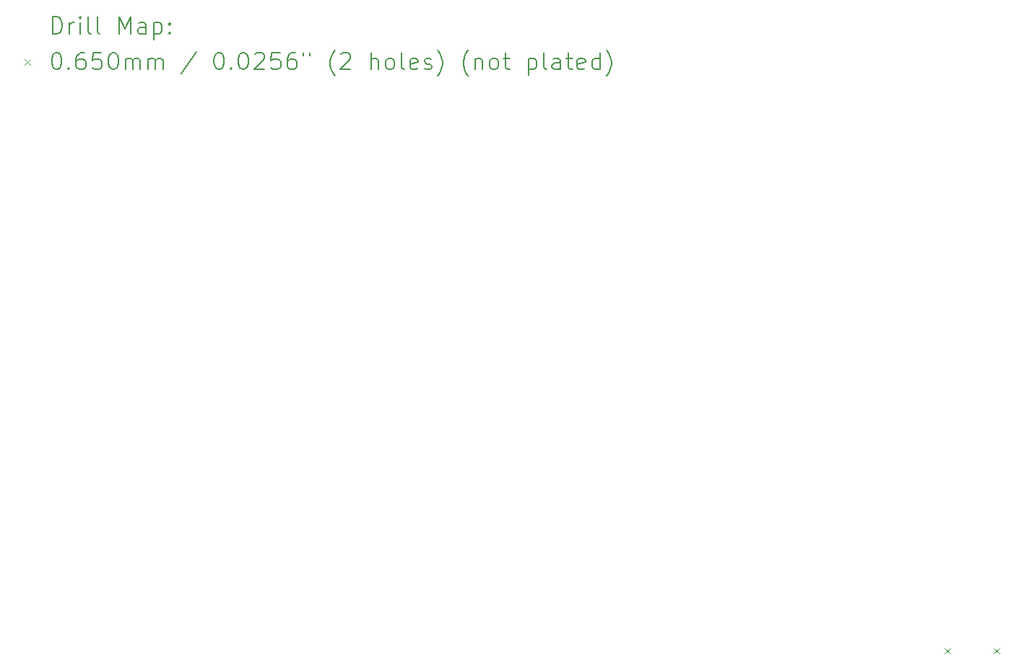
<source format=gbr>
%TF.GenerationSoftware,KiCad,Pcbnew,7.0.6*%
%TF.CreationDate,2025-03-25T12:27:54+01:00*%
%TF.ProjectId,Stepper ESP,53746570-7065-4722-9045-53502e6b6963,rev?*%
%TF.SameCoordinates,Original*%
%TF.FileFunction,Drillmap*%
%TF.FilePolarity,Positive*%
%FSLAX45Y45*%
G04 Gerber Fmt 4.5, Leading zero omitted, Abs format (unit mm)*
G04 Created by KiCad (PCBNEW 7.0.6) date 2025-03-25 12:27:54*
%MOMM*%
%LPD*%
G01*
G04 APERTURE LIST*
%ADD10C,0.200000*%
%ADD11C,0.065000*%
G04 APERTURE END LIST*
D10*
D11*
X10721500Y-7524500D02*
X10786500Y-7589500D01*
X10786500Y-7524500D02*
X10721500Y-7589500D01*
X11299500Y-7524500D02*
X11364500Y-7589500D01*
X11364500Y-7524500D02*
X11299500Y-7589500D01*
D10*
X260777Y-311484D02*
X260777Y-111484D01*
X260777Y-111484D02*
X308396Y-111484D01*
X308396Y-111484D02*
X336967Y-121008D01*
X336967Y-121008D02*
X356015Y-140055D01*
X356015Y-140055D02*
X365539Y-159103D01*
X365539Y-159103D02*
X375062Y-197198D01*
X375062Y-197198D02*
X375062Y-225769D01*
X375062Y-225769D02*
X365539Y-263865D01*
X365539Y-263865D02*
X356015Y-282912D01*
X356015Y-282912D02*
X336967Y-301960D01*
X336967Y-301960D02*
X308396Y-311484D01*
X308396Y-311484D02*
X260777Y-311484D01*
X460777Y-311484D02*
X460777Y-178150D01*
X460777Y-216246D02*
X470301Y-197198D01*
X470301Y-197198D02*
X479824Y-187674D01*
X479824Y-187674D02*
X498872Y-178150D01*
X498872Y-178150D02*
X517920Y-178150D01*
X584586Y-311484D02*
X584586Y-178150D01*
X584586Y-111484D02*
X575063Y-121008D01*
X575063Y-121008D02*
X584586Y-130531D01*
X584586Y-130531D02*
X594110Y-121008D01*
X594110Y-121008D02*
X584586Y-111484D01*
X584586Y-111484D02*
X584586Y-130531D01*
X708396Y-311484D02*
X689348Y-301960D01*
X689348Y-301960D02*
X679824Y-282912D01*
X679824Y-282912D02*
X679824Y-111484D01*
X813158Y-311484D02*
X794110Y-301960D01*
X794110Y-301960D02*
X784586Y-282912D01*
X784586Y-282912D02*
X784586Y-111484D01*
X1041729Y-311484D02*
X1041729Y-111484D01*
X1041729Y-111484D02*
X1108396Y-254341D01*
X1108396Y-254341D02*
X1175063Y-111484D01*
X1175063Y-111484D02*
X1175063Y-311484D01*
X1356015Y-311484D02*
X1356015Y-206722D01*
X1356015Y-206722D02*
X1346491Y-187674D01*
X1346491Y-187674D02*
X1327444Y-178150D01*
X1327444Y-178150D02*
X1289348Y-178150D01*
X1289348Y-178150D02*
X1270301Y-187674D01*
X1356015Y-301960D02*
X1336967Y-311484D01*
X1336967Y-311484D02*
X1289348Y-311484D01*
X1289348Y-311484D02*
X1270301Y-301960D01*
X1270301Y-301960D02*
X1260777Y-282912D01*
X1260777Y-282912D02*
X1260777Y-263865D01*
X1260777Y-263865D02*
X1270301Y-244817D01*
X1270301Y-244817D02*
X1289348Y-235293D01*
X1289348Y-235293D02*
X1336967Y-235293D01*
X1336967Y-235293D02*
X1356015Y-225769D01*
X1451253Y-178150D02*
X1451253Y-378150D01*
X1451253Y-187674D02*
X1470301Y-178150D01*
X1470301Y-178150D02*
X1508396Y-178150D01*
X1508396Y-178150D02*
X1527443Y-187674D01*
X1527443Y-187674D02*
X1536967Y-197198D01*
X1536967Y-197198D02*
X1546491Y-216246D01*
X1546491Y-216246D02*
X1546491Y-273389D01*
X1546491Y-273389D02*
X1536967Y-292436D01*
X1536967Y-292436D02*
X1527443Y-301960D01*
X1527443Y-301960D02*
X1508396Y-311484D01*
X1508396Y-311484D02*
X1470301Y-311484D01*
X1470301Y-311484D02*
X1451253Y-301960D01*
X1632205Y-292436D02*
X1641729Y-301960D01*
X1641729Y-301960D02*
X1632205Y-311484D01*
X1632205Y-311484D02*
X1622682Y-301960D01*
X1622682Y-301960D02*
X1632205Y-292436D01*
X1632205Y-292436D02*
X1632205Y-311484D01*
X1632205Y-187674D02*
X1641729Y-197198D01*
X1641729Y-197198D02*
X1632205Y-206722D01*
X1632205Y-206722D02*
X1622682Y-197198D01*
X1622682Y-197198D02*
X1632205Y-187674D01*
X1632205Y-187674D02*
X1632205Y-206722D01*
D11*
X-65000Y-607500D02*
X0Y-672500D01*
X0Y-607500D02*
X-65000Y-672500D01*
D10*
X298872Y-531484D02*
X317920Y-531484D01*
X317920Y-531484D02*
X336967Y-541008D01*
X336967Y-541008D02*
X346491Y-550531D01*
X346491Y-550531D02*
X356015Y-569579D01*
X356015Y-569579D02*
X365539Y-607674D01*
X365539Y-607674D02*
X365539Y-655293D01*
X365539Y-655293D02*
X356015Y-693389D01*
X356015Y-693389D02*
X346491Y-712436D01*
X346491Y-712436D02*
X336967Y-721960D01*
X336967Y-721960D02*
X317920Y-731484D01*
X317920Y-731484D02*
X298872Y-731484D01*
X298872Y-731484D02*
X279824Y-721960D01*
X279824Y-721960D02*
X270301Y-712436D01*
X270301Y-712436D02*
X260777Y-693389D01*
X260777Y-693389D02*
X251253Y-655293D01*
X251253Y-655293D02*
X251253Y-607674D01*
X251253Y-607674D02*
X260777Y-569579D01*
X260777Y-569579D02*
X270301Y-550531D01*
X270301Y-550531D02*
X279824Y-541008D01*
X279824Y-541008D02*
X298872Y-531484D01*
X451253Y-712436D02*
X460777Y-721960D01*
X460777Y-721960D02*
X451253Y-731484D01*
X451253Y-731484D02*
X441729Y-721960D01*
X441729Y-721960D02*
X451253Y-712436D01*
X451253Y-712436D02*
X451253Y-731484D01*
X632205Y-531484D02*
X594110Y-531484D01*
X594110Y-531484D02*
X575063Y-541008D01*
X575063Y-541008D02*
X565539Y-550531D01*
X565539Y-550531D02*
X546491Y-579103D01*
X546491Y-579103D02*
X536967Y-617198D01*
X536967Y-617198D02*
X536967Y-693389D01*
X536967Y-693389D02*
X546491Y-712436D01*
X546491Y-712436D02*
X556015Y-721960D01*
X556015Y-721960D02*
X575063Y-731484D01*
X575063Y-731484D02*
X613158Y-731484D01*
X613158Y-731484D02*
X632205Y-721960D01*
X632205Y-721960D02*
X641729Y-712436D01*
X641729Y-712436D02*
X651253Y-693389D01*
X651253Y-693389D02*
X651253Y-645770D01*
X651253Y-645770D02*
X641729Y-626722D01*
X641729Y-626722D02*
X632205Y-617198D01*
X632205Y-617198D02*
X613158Y-607674D01*
X613158Y-607674D02*
X575063Y-607674D01*
X575063Y-607674D02*
X556015Y-617198D01*
X556015Y-617198D02*
X546491Y-626722D01*
X546491Y-626722D02*
X536967Y-645770D01*
X832205Y-531484D02*
X736967Y-531484D01*
X736967Y-531484D02*
X727443Y-626722D01*
X727443Y-626722D02*
X736967Y-617198D01*
X736967Y-617198D02*
X756015Y-607674D01*
X756015Y-607674D02*
X803634Y-607674D01*
X803634Y-607674D02*
X822682Y-617198D01*
X822682Y-617198D02*
X832205Y-626722D01*
X832205Y-626722D02*
X841729Y-645770D01*
X841729Y-645770D02*
X841729Y-693389D01*
X841729Y-693389D02*
X832205Y-712436D01*
X832205Y-712436D02*
X822682Y-721960D01*
X822682Y-721960D02*
X803634Y-731484D01*
X803634Y-731484D02*
X756015Y-731484D01*
X756015Y-731484D02*
X736967Y-721960D01*
X736967Y-721960D02*
X727443Y-712436D01*
X965539Y-531484D02*
X984586Y-531484D01*
X984586Y-531484D02*
X1003634Y-541008D01*
X1003634Y-541008D02*
X1013158Y-550531D01*
X1013158Y-550531D02*
X1022682Y-569579D01*
X1022682Y-569579D02*
X1032205Y-607674D01*
X1032205Y-607674D02*
X1032205Y-655293D01*
X1032205Y-655293D02*
X1022682Y-693389D01*
X1022682Y-693389D02*
X1013158Y-712436D01*
X1013158Y-712436D02*
X1003634Y-721960D01*
X1003634Y-721960D02*
X984586Y-731484D01*
X984586Y-731484D02*
X965539Y-731484D01*
X965539Y-731484D02*
X946491Y-721960D01*
X946491Y-721960D02*
X936967Y-712436D01*
X936967Y-712436D02*
X927443Y-693389D01*
X927443Y-693389D02*
X917920Y-655293D01*
X917920Y-655293D02*
X917920Y-607674D01*
X917920Y-607674D02*
X927443Y-569579D01*
X927443Y-569579D02*
X936967Y-550531D01*
X936967Y-550531D02*
X946491Y-541008D01*
X946491Y-541008D02*
X965539Y-531484D01*
X1117920Y-731484D02*
X1117920Y-598150D01*
X1117920Y-617198D02*
X1127444Y-607674D01*
X1127444Y-607674D02*
X1146491Y-598150D01*
X1146491Y-598150D02*
X1175063Y-598150D01*
X1175063Y-598150D02*
X1194110Y-607674D01*
X1194110Y-607674D02*
X1203634Y-626722D01*
X1203634Y-626722D02*
X1203634Y-731484D01*
X1203634Y-626722D02*
X1213158Y-607674D01*
X1213158Y-607674D02*
X1232205Y-598150D01*
X1232205Y-598150D02*
X1260777Y-598150D01*
X1260777Y-598150D02*
X1279825Y-607674D01*
X1279825Y-607674D02*
X1289348Y-626722D01*
X1289348Y-626722D02*
X1289348Y-731484D01*
X1384586Y-731484D02*
X1384586Y-598150D01*
X1384586Y-617198D02*
X1394110Y-607674D01*
X1394110Y-607674D02*
X1413158Y-598150D01*
X1413158Y-598150D02*
X1441729Y-598150D01*
X1441729Y-598150D02*
X1460777Y-607674D01*
X1460777Y-607674D02*
X1470301Y-626722D01*
X1470301Y-626722D02*
X1470301Y-731484D01*
X1470301Y-626722D02*
X1479824Y-607674D01*
X1479824Y-607674D02*
X1498872Y-598150D01*
X1498872Y-598150D02*
X1527443Y-598150D01*
X1527443Y-598150D02*
X1546491Y-607674D01*
X1546491Y-607674D02*
X1556015Y-626722D01*
X1556015Y-626722D02*
X1556015Y-731484D01*
X1946491Y-521960D02*
X1775063Y-779103D01*
X2203634Y-531484D02*
X2222682Y-531484D01*
X2222682Y-531484D02*
X2241729Y-541008D01*
X2241729Y-541008D02*
X2251253Y-550531D01*
X2251253Y-550531D02*
X2260777Y-569579D01*
X2260777Y-569579D02*
X2270301Y-607674D01*
X2270301Y-607674D02*
X2270301Y-655293D01*
X2270301Y-655293D02*
X2260777Y-693389D01*
X2260777Y-693389D02*
X2251253Y-712436D01*
X2251253Y-712436D02*
X2241729Y-721960D01*
X2241729Y-721960D02*
X2222682Y-731484D01*
X2222682Y-731484D02*
X2203634Y-731484D01*
X2203634Y-731484D02*
X2184587Y-721960D01*
X2184587Y-721960D02*
X2175063Y-712436D01*
X2175063Y-712436D02*
X2165539Y-693389D01*
X2165539Y-693389D02*
X2156015Y-655293D01*
X2156015Y-655293D02*
X2156015Y-607674D01*
X2156015Y-607674D02*
X2165539Y-569579D01*
X2165539Y-569579D02*
X2175063Y-550531D01*
X2175063Y-550531D02*
X2184587Y-541008D01*
X2184587Y-541008D02*
X2203634Y-531484D01*
X2356015Y-712436D02*
X2365539Y-721960D01*
X2365539Y-721960D02*
X2356015Y-731484D01*
X2356015Y-731484D02*
X2346491Y-721960D01*
X2346491Y-721960D02*
X2356015Y-712436D01*
X2356015Y-712436D02*
X2356015Y-731484D01*
X2489348Y-531484D02*
X2508396Y-531484D01*
X2508396Y-531484D02*
X2527444Y-541008D01*
X2527444Y-541008D02*
X2536968Y-550531D01*
X2536968Y-550531D02*
X2546491Y-569579D01*
X2546491Y-569579D02*
X2556015Y-607674D01*
X2556015Y-607674D02*
X2556015Y-655293D01*
X2556015Y-655293D02*
X2546491Y-693389D01*
X2546491Y-693389D02*
X2536968Y-712436D01*
X2536968Y-712436D02*
X2527444Y-721960D01*
X2527444Y-721960D02*
X2508396Y-731484D01*
X2508396Y-731484D02*
X2489348Y-731484D01*
X2489348Y-731484D02*
X2470301Y-721960D01*
X2470301Y-721960D02*
X2460777Y-712436D01*
X2460777Y-712436D02*
X2451253Y-693389D01*
X2451253Y-693389D02*
X2441729Y-655293D01*
X2441729Y-655293D02*
X2441729Y-607674D01*
X2441729Y-607674D02*
X2451253Y-569579D01*
X2451253Y-569579D02*
X2460777Y-550531D01*
X2460777Y-550531D02*
X2470301Y-541008D01*
X2470301Y-541008D02*
X2489348Y-531484D01*
X2632206Y-550531D02*
X2641729Y-541008D01*
X2641729Y-541008D02*
X2660777Y-531484D01*
X2660777Y-531484D02*
X2708396Y-531484D01*
X2708396Y-531484D02*
X2727444Y-541008D01*
X2727444Y-541008D02*
X2736968Y-550531D01*
X2736968Y-550531D02*
X2746491Y-569579D01*
X2746491Y-569579D02*
X2746491Y-588627D01*
X2746491Y-588627D02*
X2736968Y-617198D01*
X2736968Y-617198D02*
X2622682Y-731484D01*
X2622682Y-731484D02*
X2746491Y-731484D01*
X2927444Y-531484D02*
X2832206Y-531484D01*
X2832206Y-531484D02*
X2822682Y-626722D01*
X2822682Y-626722D02*
X2832206Y-617198D01*
X2832206Y-617198D02*
X2851253Y-607674D01*
X2851253Y-607674D02*
X2898872Y-607674D01*
X2898872Y-607674D02*
X2917920Y-617198D01*
X2917920Y-617198D02*
X2927444Y-626722D01*
X2927444Y-626722D02*
X2936967Y-645770D01*
X2936967Y-645770D02*
X2936967Y-693389D01*
X2936967Y-693389D02*
X2927444Y-712436D01*
X2927444Y-712436D02*
X2917920Y-721960D01*
X2917920Y-721960D02*
X2898872Y-731484D01*
X2898872Y-731484D02*
X2851253Y-731484D01*
X2851253Y-731484D02*
X2832206Y-721960D01*
X2832206Y-721960D02*
X2822682Y-712436D01*
X3108396Y-531484D02*
X3070301Y-531484D01*
X3070301Y-531484D02*
X3051253Y-541008D01*
X3051253Y-541008D02*
X3041729Y-550531D01*
X3041729Y-550531D02*
X3022682Y-579103D01*
X3022682Y-579103D02*
X3013158Y-617198D01*
X3013158Y-617198D02*
X3013158Y-693389D01*
X3013158Y-693389D02*
X3022682Y-712436D01*
X3022682Y-712436D02*
X3032206Y-721960D01*
X3032206Y-721960D02*
X3051253Y-731484D01*
X3051253Y-731484D02*
X3089348Y-731484D01*
X3089348Y-731484D02*
X3108396Y-721960D01*
X3108396Y-721960D02*
X3117920Y-712436D01*
X3117920Y-712436D02*
X3127444Y-693389D01*
X3127444Y-693389D02*
X3127444Y-645770D01*
X3127444Y-645770D02*
X3117920Y-626722D01*
X3117920Y-626722D02*
X3108396Y-617198D01*
X3108396Y-617198D02*
X3089348Y-607674D01*
X3089348Y-607674D02*
X3051253Y-607674D01*
X3051253Y-607674D02*
X3032206Y-617198D01*
X3032206Y-617198D02*
X3022682Y-626722D01*
X3022682Y-626722D02*
X3013158Y-645770D01*
X3203634Y-531484D02*
X3203634Y-569579D01*
X3279825Y-531484D02*
X3279825Y-569579D01*
X3575063Y-807674D02*
X3565539Y-798150D01*
X3565539Y-798150D02*
X3546491Y-769579D01*
X3546491Y-769579D02*
X3536968Y-750531D01*
X3536968Y-750531D02*
X3527444Y-721960D01*
X3527444Y-721960D02*
X3517920Y-674341D01*
X3517920Y-674341D02*
X3517920Y-636246D01*
X3517920Y-636246D02*
X3527444Y-588627D01*
X3527444Y-588627D02*
X3536968Y-560055D01*
X3536968Y-560055D02*
X3546491Y-541008D01*
X3546491Y-541008D02*
X3565539Y-512436D01*
X3565539Y-512436D02*
X3575063Y-502912D01*
X3641729Y-550531D02*
X3651253Y-541008D01*
X3651253Y-541008D02*
X3670301Y-531484D01*
X3670301Y-531484D02*
X3717920Y-531484D01*
X3717920Y-531484D02*
X3736968Y-541008D01*
X3736968Y-541008D02*
X3746491Y-550531D01*
X3746491Y-550531D02*
X3756015Y-569579D01*
X3756015Y-569579D02*
X3756015Y-588627D01*
X3756015Y-588627D02*
X3746491Y-617198D01*
X3746491Y-617198D02*
X3632206Y-731484D01*
X3632206Y-731484D02*
X3756015Y-731484D01*
X3994110Y-731484D02*
X3994110Y-531484D01*
X4079825Y-731484D02*
X4079825Y-626722D01*
X4079825Y-626722D02*
X4070301Y-607674D01*
X4070301Y-607674D02*
X4051253Y-598150D01*
X4051253Y-598150D02*
X4022682Y-598150D01*
X4022682Y-598150D02*
X4003634Y-607674D01*
X4003634Y-607674D02*
X3994110Y-617198D01*
X4203634Y-731484D02*
X4184587Y-721960D01*
X4184587Y-721960D02*
X4175063Y-712436D01*
X4175063Y-712436D02*
X4165539Y-693389D01*
X4165539Y-693389D02*
X4165539Y-636246D01*
X4165539Y-636246D02*
X4175063Y-617198D01*
X4175063Y-617198D02*
X4184587Y-607674D01*
X4184587Y-607674D02*
X4203634Y-598150D01*
X4203634Y-598150D02*
X4232206Y-598150D01*
X4232206Y-598150D02*
X4251253Y-607674D01*
X4251253Y-607674D02*
X4260777Y-617198D01*
X4260777Y-617198D02*
X4270301Y-636246D01*
X4270301Y-636246D02*
X4270301Y-693389D01*
X4270301Y-693389D02*
X4260777Y-712436D01*
X4260777Y-712436D02*
X4251253Y-721960D01*
X4251253Y-721960D02*
X4232206Y-731484D01*
X4232206Y-731484D02*
X4203634Y-731484D01*
X4384587Y-731484D02*
X4365539Y-721960D01*
X4365539Y-721960D02*
X4356015Y-702912D01*
X4356015Y-702912D02*
X4356015Y-531484D01*
X4536968Y-721960D02*
X4517920Y-731484D01*
X4517920Y-731484D02*
X4479825Y-731484D01*
X4479825Y-731484D02*
X4460777Y-721960D01*
X4460777Y-721960D02*
X4451253Y-702912D01*
X4451253Y-702912D02*
X4451253Y-626722D01*
X4451253Y-626722D02*
X4460777Y-607674D01*
X4460777Y-607674D02*
X4479825Y-598150D01*
X4479825Y-598150D02*
X4517920Y-598150D01*
X4517920Y-598150D02*
X4536968Y-607674D01*
X4536968Y-607674D02*
X4546492Y-626722D01*
X4546492Y-626722D02*
X4546492Y-645770D01*
X4546492Y-645770D02*
X4451253Y-664817D01*
X4622682Y-721960D02*
X4641730Y-731484D01*
X4641730Y-731484D02*
X4679825Y-731484D01*
X4679825Y-731484D02*
X4698873Y-721960D01*
X4698873Y-721960D02*
X4708396Y-702912D01*
X4708396Y-702912D02*
X4708396Y-693389D01*
X4708396Y-693389D02*
X4698873Y-674341D01*
X4698873Y-674341D02*
X4679825Y-664817D01*
X4679825Y-664817D02*
X4651253Y-664817D01*
X4651253Y-664817D02*
X4632206Y-655293D01*
X4632206Y-655293D02*
X4622682Y-636246D01*
X4622682Y-636246D02*
X4622682Y-626722D01*
X4622682Y-626722D02*
X4632206Y-607674D01*
X4632206Y-607674D02*
X4651253Y-598150D01*
X4651253Y-598150D02*
X4679825Y-598150D01*
X4679825Y-598150D02*
X4698873Y-607674D01*
X4775063Y-807674D02*
X4784587Y-798150D01*
X4784587Y-798150D02*
X4803634Y-769579D01*
X4803634Y-769579D02*
X4813158Y-750531D01*
X4813158Y-750531D02*
X4822682Y-721960D01*
X4822682Y-721960D02*
X4832206Y-674341D01*
X4832206Y-674341D02*
X4832206Y-636246D01*
X4832206Y-636246D02*
X4822682Y-588627D01*
X4822682Y-588627D02*
X4813158Y-560055D01*
X4813158Y-560055D02*
X4803634Y-541008D01*
X4803634Y-541008D02*
X4784587Y-512436D01*
X4784587Y-512436D02*
X4775063Y-502912D01*
X5136968Y-807674D02*
X5127444Y-798150D01*
X5127444Y-798150D02*
X5108396Y-769579D01*
X5108396Y-769579D02*
X5098873Y-750531D01*
X5098873Y-750531D02*
X5089349Y-721960D01*
X5089349Y-721960D02*
X5079825Y-674341D01*
X5079825Y-674341D02*
X5079825Y-636246D01*
X5079825Y-636246D02*
X5089349Y-588627D01*
X5089349Y-588627D02*
X5098873Y-560055D01*
X5098873Y-560055D02*
X5108396Y-541008D01*
X5108396Y-541008D02*
X5127444Y-512436D01*
X5127444Y-512436D02*
X5136968Y-502912D01*
X5213158Y-598150D02*
X5213158Y-731484D01*
X5213158Y-617198D02*
X5222682Y-607674D01*
X5222682Y-607674D02*
X5241730Y-598150D01*
X5241730Y-598150D02*
X5270301Y-598150D01*
X5270301Y-598150D02*
X5289349Y-607674D01*
X5289349Y-607674D02*
X5298873Y-626722D01*
X5298873Y-626722D02*
X5298873Y-731484D01*
X5422682Y-731484D02*
X5403634Y-721960D01*
X5403634Y-721960D02*
X5394111Y-712436D01*
X5394111Y-712436D02*
X5384587Y-693389D01*
X5384587Y-693389D02*
X5384587Y-636246D01*
X5384587Y-636246D02*
X5394111Y-617198D01*
X5394111Y-617198D02*
X5403634Y-607674D01*
X5403634Y-607674D02*
X5422682Y-598150D01*
X5422682Y-598150D02*
X5451254Y-598150D01*
X5451254Y-598150D02*
X5470301Y-607674D01*
X5470301Y-607674D02*
X5479825Y-617198D01*
X5479825Y-617198D02*
X5489349Y-636246D01*
X5489349Y-636246D02*
X5489349Y-693389D01*
X5489349Y-693389D02*
X5479825Y-712436D01*
X5479825Y-712436D02*
X5470301Y-721960D01*
X5470301Y-721960D02*
X5451254Y-731484D01*
X5451254Y-731484D02*
X5422682Y-731484D01*
X5546492Y-598150D02*
X5622682Y-598150D01*
X5575063Y-531484D02*
X5575063Y-702912D01*
X5575063Y-702912D02*
X5584587Y-721960D01*
X5584587Y-721960D02*
X5603634Y-731484D01*
X5603634Y-731484D02*
X5622682Y-731484D01*
X5841730Y-598150D02*
X5841730Y-798150D01*
X5841730Y-607674D02*
X5860777Y-598150D01*
X5860777Y-598150D02*
X5898873Y-598150D01*
X5898873Y-598150D02*
X5917920Y-607674D01*
X5917920Y-607674D02*
X5927444Y-617198D01*
X5927444Y-617198D02*
X5936968Y-636246D01*
X5936968Y-636246D02*
X5936968Y-693389D01*
X5936968Y-693389D02*
X5927444Y-712436D01*
X5927444Y-712436D02*
X5917920Y-721960D01*
X5917920Y-721960D02*
X5898873Y-731484D01*
X5898873Y-731484D02*
X5860777Y-731484D01*
X5860777Y-731484D02*
X5841730Y-721960D01*
X6051253Y-731484D02*
X6032206Y-721960D01*
X6032206Y-721960D02*
X6022682Y-702912D01*
X6022682Y-702912D02*
X6022682Y-531484D01*
X6213158Y-731484D02*
X6213158Y-626722D01*
X6213158Y-626722D02*
X6203634Y-607674D01*
X6203634Y-607674D02*
X6184587Y-598150D01*
X6184587Y-598150D02*
X6146492Y-598150D01*
X6146492Y-598150D02*
X6127444Y-607674D01*
X6213158Y-721960D02*
X6194111Y-731484D01*
X6194111Y-731484D02*
X6146492Y-731484D01*
X6146492Y-731484D02*
X6127444Y-721960D01*
X6127444Y-721960D02*
X6117920Y-702912D01*
X6117920Y-702912D02*
X6117920Y-683865D01*
X6117920Y-683865D02*
X6127444Y-664817D01*
X6127444Y-664817D02*
X6146492Y-655293D01*
X6146492Y-655293D02*
X6194111Y-655293D01*
X6194111Y-655293D02*
X6213158Y-645770D01*
X6279825Y-598150D02*
X6356015Y-598150D01*
X6308396Y-531484D02*
X6308396Y-702912D01*
X6308396Y-702912D02*
X6317920Y-721960D01*
X6317920Y-721960D02*
X6336968Y-731484D01*
X6336968Y-731484D02*
X6356015Y-731484D01*
X6498873Y-721960D02*
X6479825Y-731484D01*
X6479825Y-731484D02*
X6441730Y-731484D01*
X6441730Y-731484D02*
X6422682Y-721960D01*
X6422682Y-721960D02*
X6413158Y-702912D01*
X6413158Y-702912D02*
X6413158Y-626722D01*
X6413158Y-626722D02*
X6422682Y-607674D01*
X6422682Y-607674D02*
X6441730Y-598150D01*
X6441730Y-598150D02*
X6479825Y-598150D01*
X6479825Y-598150D02*
X6498873Y-607674D01*
X6498873Y-607674D02*
X6508396Y-626722D01*
X6508396Y-626722D02*
X6508396Y-645770D01*
X6508396Y-645770D02*
X6413158Y-664817D01*
X6679825Y-731484D02*
X6679825Y-531484D01*
X6679825Y-721960D02*
X6660777Y-731484D01*
X6660777Y-731484D02*
X6622682Y-731484D01*
X6622682Y-731484D02*
X6603634Y-721960D01*
X6603634Y-721960D02*
X6594111Y-712436D01*
X6594111Y-712436D02*
X6584587Y-693389D01*
X6584587Y-693389D02*
X6584587Y-636246D01*
X6584587Y-636246D02*
X6594111Y-617198D01*
X6594111Y-617198D02*
X6603634Y-607674D01*
X6603634Y-607674D02*
X6622682Y-598150D01*
X6622682Y-598150D02*
X6660777Y-598150D01*
X6660777Y-598150D02*
X6679825Y-607674D01*
X6756015Y-807674D02*
X6765539Y-798150D01*
X6765539Y-798150D02*
X6784587Y-769579D01*
X6784587Y-769579D02*
X6794111Y-750531D01*
X6794111Y-750531D02*
X6803634Y-721960D01*
X6803634Y-721960D02*
X6813158Y-674341D01*
X6813158Y-674341D02*
X6813158Y-636246D01*
X6813158Y-636246D02*
X6803634Y-588627D01*
X6803634Y-588627D02*
X6794111Y-560055D01*
X6794111Y-560055D02*
X6784587Y-541008D01*
X6784587Y-541008D02*
X6765539Y-512436D01*
X6765539Y-512436D02*
X6756015Y-502912D01*
M02*

</source>
